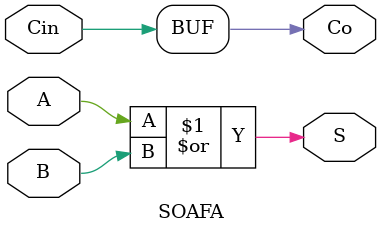
<source format=v>
module SOAFA (A,B,Cin,S,Co);
  input A,B,Cin;
  output S,Co;

  assign S=A|B;
  assign Co=Cin;
  
endmodule
</source>
